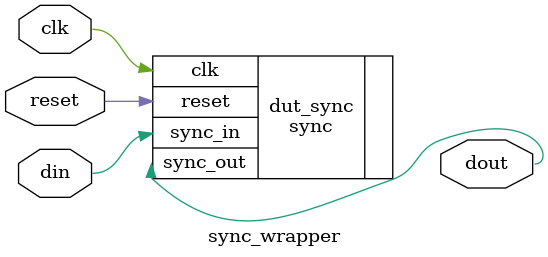
<source format=v>

module sync_wrapper (clk,reset,din, dout);

parameter width = 1;

// INPUTS
input clk;
input reset;
input [width-1:0] din;

// OUTPUT
output [width-1:0] dout;

// SYNC
sync #(.width(width)) dut_sync (
  .clk(clk),
  .reset(reset),
  .sync_in(din),
  .sync_out(dout)
);

endmodule

</source>
